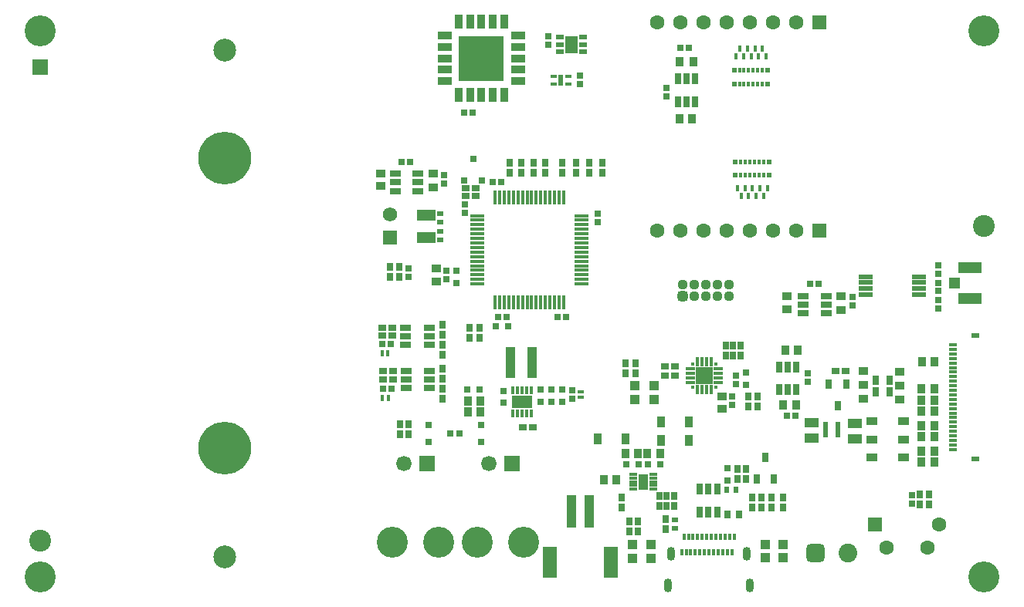
<source format=gbr>
%TF.GenerationSoftware,Altium Limited,Altium Designer,24.7.2 (38)*%
G04 Layer_Color=8388736*
%FSLAX45Y45*%
%MOMM*%
%TF.SameCoordinates,33B871D1-E8D8-480E-9A2D-2420748CAAD8*%
%TF.FilePolarity,Negative*%
%TF.FileFunction,Soldermask,Top*%
%TF.Part,Single*%
G01*
G75*
%TA.AperFunction,SMDPad,CuDef*%
%ADD34R,0.60000X1.80000*%
%ADD35R,0.60000X1.20000*%
%ADD61R,0.35000X0.60000*%
%ADD68R,0.98000X3.40000*%
%TA.AperFunction,ComponentPad*%
%ADD79C,0.10000*%
%ADD80C,1.57000*%
%ADD81R,1.57000X1.57000*%
%ADD84C,1.69000*%
%ADD85R,1.69000X1.69000*%
%ADD86C,3.40000*%
%TA.AperFunction,SMDPad,CuDef*%
%ADD99R,2.20000X1.40000*%
%ADD100R,0.67500X0.72000*%
%ADD101R,0.70000X0.85000*%
%ADD102R,0.70000X0.55000*%
%ADD103R,0.72000X0.70000*%
%ADD104R,0.72000X0.67500*%
%ADD105R,0.85000X0.70000*%
%TA.AperFunction,FiducialPad,Global*%
%ADD106C,2.40000*%
%TA.AperFunction,SMDPad,CuDef*%
%ADD107R,0.65000X0.90000*%
%ADD108R,0.55000X0.70000*%
%ADD109R,0.80000X0.75000*%
%ADD110R,1.30000X0.70000*%
%ADD111R,1.10000X0.95000*%
%ADD112R,1.04000X0.85000*%
%ADD113R,0.70000X0.72000*%
%ADD114R,0.95000X1.30000*%
%ADD115R,0.75000X1.00000*%
%ADD116R,0.40000X0.90000*%
%ADD117R,0.85000X0.30000*%
%ADD118R,1.10000X1.70000*%
%ADD119R,0.80000X1.10000*%
%ADD120R,0.90000X0.40000*%
%ADD121R,0.90000X0.50000*%
%ADD122R,0.70000X1.30000*%
%ADD123R,1.25000X0.90000*%
%ADD124R,0.85000X1.04000*%
%ADD125R,1.57000X1.07000*%
%ADD126R,0.95000X1.10000*%
%ADD127R,1.05000X1.05000*%
%ADD128R,0.40000X1.57500*%
%ADD129R,1.57500X0.40000*%
%ADD130R,0.52500X0.60000*%
%TA.AperFunction,ConnectorPad*%
%ADD131R,0.40000X0.80000*%
%TA.AperFunction,SMDPad,CuDef*%
%ADD132R,0.85000X0.55000*%
%ADD133R,1.45000X1.84000*%
%ADD134R,0.80000X0.45000*%
%ADD135R,2.60000X1.30000*%
%ADD136R,1.30000X1.25000*%
%ADD137R,1.20000X0.65000*%
%ADD138R,1.57500X0.55000*%
%ADD139R,1.90000X1.90000*%
%ADD140R,1.00000X0.40000*%
%ADD141R,0.40000X0.40000*%
%ADD142R,0.40000X1.00000*%
%ADD143R,2.00000X1.20000*%
%ADD144R,0.30000X0.70000*%
%ADD145R,0.70000X0.45000*%
%ADD146R,0.45000X0.70000*%
%ADD147R,1.60000X0.90000*%
%ADD148R,0.90000X1.60000*%
%ADD149R,4.90000X4.90000*%
%ADD150R,0.75000X0.80000*%
%ADD151R,1.60000X3.50000*%
%ADD152R,1.10000X3.60000*%
%ADD153R,1.70000X1.70000*%
%TA.AperFunction,ComponentPad*%
%ADD154R,1.60000X1.60000*%
%ADD155C,1.60000*%
%ADD156O,0.90000X1.50000*%
%ADD157C,2.50000*%
%ADD158C,5.80000*%
%ADD159C,3.40000*%
%ADD160C,1.11600*%
G04:AMPARAMS|DCode=161|XSize=1.116mm|YSize=1.116mm|CornerRadius=0.304mm|HoleSize=0mm|Usage=FLASHONLY|Rotation=0.000|XOffset=0mm|YOffset=0mm|HoleType=Round|Shape=RoundedRectangle|*
%AMROUNDEDRECTD161*
21,1,1.11600,0.50800,0,0,0.0*
21,1,0.50800,1.11600,0,0,0.0*
1,1,0.60800,0.25400,-0.25400*
1,1,0.60800,-0.25400,-0.25400*
1,1,0.60800,-0.25400,0.25400*
1,1,0.60800,0.25400,0.25400*
%
%ADD161ROUNDEDRECTD161*%
G04:AMPARAMS|DCode=162|XSize=2.05mm|YSize=2.05mm|CornerRadius=0.5375mm|HoleSize=0mm|Usage=FLASHONLY|Rotation=0.000|XOffset=0mm|YOffset=0mm|HoleType=Round|Shape=RoundedRectangle|*
%AMROUNDEDRECTD162*
21,1,2.05000,0.97500,0,0,0.0*
21,1,0.97500,2.05000,0,0,0.0*
1,1,1.07500,0.48750,-0.48750*
1,1,1.07500,-0.48750,-0.48750*
1,1,1.07500,-0.48750,0.48750*
1,1,1.07500,0.48750,0.48750*
%
%ADD162ROUNDEDRECTD162*%
%ADD163C,2.05000*%
D34*
X9095000Y1970000D02*
D03*
X8960000D02*
D03*
D35*
X6063700Y5804100D02*
D03*
D61*
X8285000Y4910000D02*
D03*
X8235000D02*
D03*
X8185000D02*
D03*
X8135000D02*
D03*
X8085000D02*
D03*
X8035000D02*
D03*
Y4760000D02*
D03*
X8085000D02*
D03*
X8135000D02*
D03*
X8185000D02*
D03*
X8235000D02*
D03*
X8285000D02*
D03*
X8270000Y5915000D02*
D03*
X8220000D02*
D03*
X8170000D02*
D03*
X8120000D02*
D03*
X8070000D02*
D03*
X8020000D02*
D03*
Y5765000D02*
D03*
X8070000D02*
D03*
X8120000D02*
D03*
X8170000D02*
D03*
X8220000D02*
D03*
X8270000D02*
D03*
D68*
X5746000Y2705000D02*
D03*
X5509000D02*
D03*
D79*
X8046000Y730000D02*
D03*
X7326000D02*
D03*
D80*
X4190000Y4327000D02*
D03*
D81*
Y4073000D02*
D03*
D84*
X5269000Y1595000D02*
D03*
X4343000Y1598500D02*
D03*
D85*
X5523000Y1595000D02*
D03*
X4597000Y1598500D02*
D03*
D86*
X5142000Y731000D02*
D03*
X5650000D02*
D03*
X4216000Y734500D02*
D03*
X4724000D02*
D03*
D99*
X5633901Y2272200D02*
D03*
D100*
X4611725Y2020000D02*
D03*
Y1830000D02*
D03*
X4849326Y1925000D02*
D03*
X5188800Y1830000D02*
D03*
Y2020000D02*
D03*
X4951200Y1925000D02*
D03*
D101*
X5170000Y3085000D02*
D03*
Y2975000D02*
D03*
X8000000Y1425000D02*
D03*
Y1535000D02*
D03*
X5500000Y4895000D02*
D03*
Y4785000D02*
D03*
X5630000D02*
D03*
Y4895000D02*
D03*
X5760000Y4785000D02*
D03*
Y4895000D02*
D03*
X5890000D02*
D03*
Y4785000D02*
D03*
X10100000Y1145000D02*
D03*
Y1255000D02*
D03*
X6770000Y2700000D02*
D03*
Y2590000D02*
D03*
X7210000Y880000D02*
D03*
Y990000D02*
D03*
X6520000Y4785000D02*
D03*
Y4895000D02*
D03*
X8220000Y2330000D02*
D03*
Y2220000D02*
D03*
X10000000Y1255000D02*
D03*
Y1145000D02*
D03*
X4299857Y1915144D02*
D03*
Y2025144D02*
D03*
X7950000Y2890000D02*
D03*
Y2780000D02*
D03*
X4760000Y2790000D02*
D03*
Y2900000D02*
D03*
X4765000Y2305000D02*
D03*
Y2415000D02*
D03*
X8090000Y1535000D02*
D03*
Y1425000D02*
D03*
X6370000Y4895000D02*
D03*
Y4785000D02*
D03*
X6230000Y4895000D02*
D03*
Y4785000D02*
D03*
X6080000Y4895000D02*
D03*
Y4785000D02*
D03*
X8030000Y2890000D02*
D03*
Y2780000D02*
D03*
X7870000Y2890000D02*
D03*
Y2780000D02*
D03*
X8160000Y1110000D02*
D03*
Y1220000D02*
D03*
X8260000Y1110000D02*
D03*
Y1220000D02*
D03*
X4190000Y3755000D02*
D03*
Y3645000D02*
D03*
X4290000Y3755000D02*
D03*
Y3645000D02*
D03*
X4391911Y2025000D02*
D03*
Y1915000D02*
D03*
X6730000Y1115000D02*
D03*
Y1225000D02*
D03*
X7300000Y1130000D02*
D03*
Y1240000D02*
D03*
X7220000D02*
D03*
Y1130000D02*
D03*
X4760000Y3010000D02*
D03*
Y3120000D02*
D03*
X4765000Y2530000D02*
D03*
Y2640000D02*
D03*
X7140000Y1130000D02*
D03*
Y1240000D02*
D03*
X6880000Y2590000D02*
D03*
Y2700000D02*
D03*
X6810000Y960000D02*
D03*
Y850000D02*
D03*
X6910000Y960000D02*
D03*
Y850000D02*
D03*
X5060000Y3085000D02*
D03*
Y2975000D02*
D03*
X8500000Y1220000D02*
D03*
Y1110000D02*
D03*
X8371743Y1220000D02*
D03*
Y1110000D02*
D03*
X8120000Y2330000D02*
D03*
Y2220000D02*
D03*
D102*
X4740000Y4147500D02*
D03*
Y4052500D02*
D03*
Y4242500D02*
D03*
Y4337500D02*
D03*
X7310000Y882500D02*
D03*
Y977500D02*
D03*
D103*
X7984727Y2471665D02*
D03*
Y2563664D02*
D03*
X4780000Y4666500D02*
D03*
Y4758500D02*
D03*
X8770000Y2494000D02*
D03*
Y2586000D02*
D03*
X9260000Y3427000D02*
D03*
Y3335000D02*
D03*
X9910000Y1246000D02*
D03*
Y1154000D02*
D03*
X5010000Y4349000D02*
D03*
Y4441000D02*
D03*
X7220000Y5624000D02*
D03*
Y5716000D02*
D03*
X6190000Y2309000D02*
D03*
Y2401000D02*
D03*
X6462759Y4246662D02*
D03*
Y4338662D02*
D03*
X7940000Y2239000D02*
D03*
Y2331000D02*
D03*
X4390000Y3737000D02*
D03*
Y3645000D02*
D03*
X6270000Y5851000D02*
D03*
Y5759000D02*
D03*
X10200000Y3489000D02*
D03*
Y3581000D02*
D03*
Y3299000D02*
D03*
Y3391000D02*
D03*
Y3679000D02*
D03*
Y3771000D02*
D03*
X5920000Y6194000D02*
D03*
Y6286000D02*
D03*
X4810000Y3711000D02*
D03*
Y3619000D02*
D03*
D104*
X5005000Y4701200D02*
D03*
X5195000D02*
D03*
X5100000Y4938800D02*
D03*
D105*
X5130000Y4620000D02*
D03*
X5020000D02*
D03*
X5755000Y1995000D02*
D03*
X5645000D02*
D03*
X9075000Y2610000D02*
D03*
X9185000D02*
D03*
X4215000Y3090000D02*
D03*
X4105000D02*
D03*
X4225000Y2610000D02*
D03*
X4115000D02*
D03*
X4215000Y3000000D02*
D03*
X4105000D02*
D03*
X4225000Y2520000D02*
D03*
X4115000D02*
D03*
X7315000Y2565000D02*
D03*
X7205000D02*
D03*
X7315000Y2665000D02*
D03*
X7205000D02*
D03*
X5130000Y4530000D02*
D03*
X5020000D02*
D03*
D106*
X10700000Y4200000D02*
D03*
X350000Y750000D02*
D03*
D107*
X8012500Y1035000D02*
D03*
X7887500D02*
D03*
D108*
X7977500Y1310000D02*
D03*
X7882500D02*
D03*
D109*
X7890000Y1547500D02*
D03*
Y1412500D02*
D03*
X4920000Y3710000D02*
D03*
Y3575000D02*
D03*
X5840000Y2412500D02*
D03*
Y2277500D02*
D03*
X5960000Y2412500D02*
D03*
Y2277500D02*
D03*
X5429618Y2396139D02*
D03*
Y2261139D02*
D03*
X8087500Y2460000D02*
D03*
Y2595000D02*
D03*
X6080000Y2412500D02*
D03*
Y2277500D02*
D03*
D110*
X4245000Y4777500D02*
D03*
Y4682500D02*
D03*
Y4587500D02*
D03*
X4495000D02*
D03*
Y4682500D02*
D03*
Y4777500D02*
D03*
X8720000Y3435000D02*
D03*
Y3340000D02*
D03*
Y3245000D02*
D03*
X8970000D02*
D03*
Y3340000D02*
D03*
Y3435000D02*
D03*
D111*
X4660000Y4627500D02*
D03*
Y4777500D02*
D03*
X9780000Y2450000D02*
D03*
Y2600000D02*
D03*
Y2300000D02*
D03*
X9375000Y2460000D02*
D03*
Y2610000D02*
D03*
Y2310000D02*
D03*
X9130000Y3430000D02*
D03*
Y3280000D02*
D03*
D112*
X4090000Y4642500D02*
D03*
Y4782500D02*
D03*
X8540000Y3430000D02*
D03*
Y3290000D02*
D03*
X7830000Y2335000D02*
D03*
Y2195000D02*
D03*
X4699999Y3735000D02*
D03*
Y3595000D02*
D03*
D113*
X5314000Y4685000D02*
D03*
X5406000D02*
D03*
X8635999Y2120000D02*
D03*
X8544000D02*
D03*
X4314000Y4907500D02*
D03*
X4406000D02*
D03*
X7374000Y6160000D02*
D03*
X7466000D02*
D03*
X5374000Y3205000D02*
D03*
X5466000D02*
D03*
X8886000Y3565000D02*
D03*
X8794000D02*
D03*
X5004000Y5450000D02*
D03*
X5096000D02*
D03*
X6022933Y3202160D02*
D03*
X6114933D02*
D03*
X4196000Y2910000D02*
D03*
X4104000D02*
D03*
X4206000Y2420000D02*
D03*
X4114000D02*
D03*
D114*
X7462500Y2050000D02*
D03*
X7157500D02*
D03*
X7462500Y1850000D02*
D03*
X7157500D02*
D03*
X6467500Y1865000D02*
D03*
X6772500D02*
D03*
D115*
X9662500Y2510000D02*
D03*
X9517500D02*
D03*
Y2380000D02*
D03*
X9662500D02*
D03*
D116*
X5683900Y2147200D02*
D03*
X5733901D02*
D03*
X5633901Y2397200D02*
D03*
X5533901Y2147200D02*
D03*
X5583901D02*
D03*
X5633901D02*
D03*
X5733901Y2397200D02*
D03*
X5683900D02*
D03*
X5583901D02*
D03*
X5533901D02*
D03*
D117*
X6855000Y1315000D02*
D03*
Y1475000D02*
D03*
Y1435000D02*
D03*
Y1395000D02*
D03*
Y1355000D02*
D03*
X7075000Y1315000D02*
D03*
Y1355000D02*
D03*
Y1395000D02*
D03*
Y1435000D02*
D03*
Y1475000D02*
D03*
D118*
X6965000Y1395000D02*
D03*
D119*
X8400000Y1425000D02*
D03*
X9095000Y2230000D02*
D03*
X9000000Y2470000D02*
D03*
X9190000D02*
D03*
X8210000Y1425000D02*
D03*
X8305000Y1665000D02*
D03*
D120*
X10360000Y1750000D02*
D03*
Y1800000D02*
D03*
Y1850000D02*
D03*
Y1900000D02*
D03*
Y1950000D02*
D03*
Y2000000D02*
D03*
Y2050000D02*
D03*
Y2100000D02*
D03*
Y2150000D02*
D03*
Y2200000D02*
D03*
Y2250000D02*
D03*
Y2300000D02*
D03*
Y2350000D02*
D03*
Y2400000D02*
D03*
Y2450000D02*
D03*
Y2500000D02*
D03*
Y2550000D02*
D03*
Y2600000D02*
D03*
Y2650000D02*
D03*
Y2700000D02*
D03*
Y2750000D02*
D03*
Y2800000D02*
D03*
Y2850000D02*
D03*
Y2900000D02*
D03*
D121*
X10610000Y1650000D02*
D03*
Y3000000D02*
D03*
D122*
X8645000Y2655000D02*
D03*
X8550000D02*
D03*
X8455000D02*
D03*
Y2405000D02*
D03*
X8550000D02*
D03*
X8645000D02*
D03*
X7345100Y5820800D02*
D03*
X7440100D02*
D03*
X7535100D02*
D03*
Y5570800D02*
D03*
X7440100D02*
D03*
X7345100D02*
D03*
X7585000Y1065000D02*
D03*
X7680000D02*
D03*
X7775000D02*
D03*
Y1315000D02*
D03*
X7680000D02*
D03*
X7585000D02*
D03*
D123*
X9470000Y1660000D02*
D03*
X9820000D02*
D03*
X9470000Y2060000D02*
D03*
X9820000D02*
D03*
Y1860000D02*
D03*
X9470000D02*
D03*
D124*
X8519999Y2840000D02*
D03*
X8660000D02*
D03*
X10015000Y1890000D02*
D03*
X10155000D02*
D03*
X10015000Y2170000D02*
D03*
X10155000D02*
D03*
X10015000Y1730000D02*
D03*
X10155000D02*
D03*
X10015000Y1610000D02*
D03*
X10155000D02*
D03*
X10020000Y2710000D02*
D03*
X10160000D02*
D03*
X10015000Y2420000D02*
D03*
X10155000D02*
D03*
X10015000Y2290000D02*
D03*
X10155000D02*
D03*
X10015000Y2010000D02*
D03*
X10155000D02*
D03*
X7360000Y5380000D02*
D03*
X7500000D02*
D03*
X7150000Y1705000D02*
D03*
X7010000D02*
D03*
X6670000Y1415000D02*
D03*
X6530000D02*
D03*
X5180000Y2165000D02*
D03*
X5040000D02*
D03*
X6770000Y1705000D02*
D03*
X6910000D02*
D03*
X5180000Y2285000D02*
D03*
X5040000D02*
D03*
D125*
X8810000Y2043000D02*
D03*
Y1877000D02*
D03*
X9285000Y2033000D02*
D03*
Y1867000D02*
D03*
D126*
X8495000Y2240000D02*
D03*
X8645000D02*
D03*
X7365000Y6010000D02*
D03*
X7515000D02*
D03*
D127*
X8300000Y560000D02*
D03*
Y710000D02*
D03*
X8500000D02*
D03*
Y560000D02*
D03*
X6870000Y2300000D02*
D03*
Y2450000D02*
D03*
X7080000Y2300000D02*
D03*
Y2450000D02*
D03*
X7050000Y705000D02*
D03*
Y555000D02*
D03*
X6850000Y705000D02*
D03*
Y555000D02*
D03*
D128*
X5341500Y4516299D02*
D03*
X5391500D02*
D03*
X5441500D02*
D03*
X5491500D02*
D03*
X5541500D02*
D03*
X5591500D02*
D03*
X5641500D02*
D03*
X5691500D02*
D03*
X5741500D02*
D03*
X5791500D02*
D03*
X5841500D02*
D03*
X5891500D02*
D03*
X5941500D02*
D03*
X5991500D02*
D03*
X6041500D02*
D03*
X6091500D02*
D03*
Y3368699D02*
D03*
X6041500D02*
D03*
X5991500D02*
D03*
X5941500D02*
D03*
X5891500D02*
D03*
X5841500D02*
D03*
X5791500D02*
D03*
X5741500D02*
D03*
X5691500D02*
D03*
X5641500D02*
D03*
X5591500D02*
D03*
X5541500D02*
D03*
X5491500D02*
D03*
X5441500D02*
D03*
X5391500D02*
D03*
X5341500D02*
D03*
D129*
X6290300Y4317499D02*
D03*
Y4267499D02*
D03*
Y4217499D02*
D03*
Y4167499D02*
D03*
Y4117499D02*
D03*
Y4067499D02*
D03*
Y4017499D02*
D03*
Y3967499D02*
D03*
Y3917499D02*
D03*
Y3867499D02*
D03*
Y3817499D02*
D03*
Y3767499D02*
D03*
Y3717499D02*
D03*
Y3667499D02*
D03*
Y3617499D02*
D03*
Y3567499D02*
D03*
X5142700D02*
D03*
Y3617499D02*
D03*
Y3667499D02*
D03*
Y3717499D02*
D03*
Y3767499D02*
D03*
Y3817499D02*
D03*
Y3867499D02*
D03*
Y3917499D02*
D03*
Y3967499D02*
D03*
Y4017499D02*
D03*
Y4067499D02*
D03*
Y4117499D02*
D03*
Y4167499D02*
D03*
Y4217499D02*
D03*
Y4267499D02*
D03*
Y4317499D02*
D03*
D130*
X8343700Y4910000D02*
D03*
X7976300D02*
D03*
Y4760000D02*
D03*
X8343700D02*
D03*
X8328700Y5915000D02*
D03*
X7961300D02*
D03*
Y5765000D02*
D03*
X8328700D02*
D03*
D131*
X7711000Y796000D02*
D03*
X7761000D02*
D03*
X7811000D02*
D03*
X7861000D02*
D03*
X7911000D02*
D03*
X7961000D02*
D03*
X7936000Y626000D02*
D03*
X7385999D02*
D03*
X7436000D02*
D03*
X7486000D02*
D03*
X7536000D02*
D03*
X7586000D02*
D03*
X7636000D02*
D03*
X7686000D02*
D03*
X7736000D02*
D03*
X7786000D02*
D03*
X7836000D02*
D03*
X7886000D02*
D03*
X7411000Y796000D02*
D03*
X7461000D02*
D03*
X7511000D02*
D03*
X7561000D02*
D03*
X7611000D02*
D03*
X7661000D02*
D03*
D132*
X6055000Y6275000D02*
D03*
Y6195000D02*
D03*
Y6115000D02*
D03*
X6305000D02*
D03*
Y6195000D02*
D03*
Y6275000D02*
D03*
D133*
X6180000Y6195000D02*
D03*
D134*
X5983700Y5844100D02*
D03*
Y5764100D02*
D03*
X6143700D02*
D03*
Y5844100D02*
D03*
D135*
X10550000Y3747000D02*
D03*
Y3410000D02*
D03*
D136*
X10377000Y3578500D02*
D03*
D137*
X4620000Y2900000D02*
D03*
Y2995000D02*
D03*
Y3090000D02*
D03*
X4360000D02*
D03*
Y2995000D02*
D03*
Y2900000D02*
D03*
X4622500Y2424999D02*
D03*
Y2519999D02*
D03*
Y2614999D02*
D03*
X4362500D02*
D03*
Y2519999D02*
D03*
Y2424999D02*
D03*
D138*
X9988800Y3452500D02*
D03*
Y3517500D02*
D03*
Y3582500D02*
D03*
Y3647500D02*
D03*
X9401200D02*
D03*
Y3582500D02*
D03*
Y3517500D02*
D03*
Y3452500D02*
D03*
D139*
X7635332Y2562501D02*
D03*
D140*
X7480333Y2487501D02*
D03*
Y2537501D02*
D03*
Y2587501D02*
D03*
Y2637501D02*
D03*
X7790332D02*
D03*
Y2587501D02*
D03*
Y2537501D02*
D03*
Y2487501D02*
D03*
D141*
X7510332Y2687501D02*
D03*
X7760332D02*
D03*
Y2437501D02*
D03*
X7510332D02*
D03*
D142*
X7560332Y2717501D02*
D03*
X7610333D02*
D03*
X7660332D02*
D03*
X7710333D02*
D03*
Y2407501D02*
D03*
X7660332D02*
D03*
X7610333D02*
D03*
X7560332D02*
D03*
D143*
X4590000Y4075000D02*
D03*
Y4325000D02*
D03*
D144*
X7980000Y6070000D02*
D03*
X8070000D02*
D03*
X8150000D02*
D03*
X8230000D02*
D03*
X8310000D02*
D03*
X8270000Y6155000D02*
D03*
X8190000D02*
D03*
X8110000D02*
D03*
X8020000D02*
D03*
X8330000Y4620000D02*
D03*
X8240000D02*
D03*
X8160000D02*
D03*
X8080000D02*
D03*
X8000000D02*
D03*
X8040000Y4535000D02*
D03*
X8120000D02*
D03*
X8200000D02*
D03*
X8290000D02*
D03*
D145*
X6280000Y2322500D02*
D03*
Y2387500D02*
D03*
D146*
X4165000Y2810000D02*
D03*
X4100000D02*
D03*
X4172500Y2320000D02*
D03*
X4107500D02*
D03*
D147*
X4790000Y6295000D02*
D03*
Y6170000D02*
D03*
Y6045000D02*
D03*
Y5920000D02*
D03*
Y5795000D02*
D03*
X5590000D02*
D03*
Y5920000D02*
D03*
Y6045000D02*
D03*
Y6170000D02*
D03*
Y6295000D02*
D03*
D148*
X4940000Y5645000D02*
D03*
X5065000D02*
D03*
X5190000D02*
D03*
X5315000D02*
D03*
X5440000D02*
D03*
Y6445000D02*
D03*
X5315000D02*
D03*
X5190000D02*
D03*
X5065000D02*
D03*
X4940000D02*
D03*
D149*
X5190000Y6045000D02*
D03*
D150*
X5487500Y3100000D02*
D03*
X5352500D02*
D03*
X7147500Y1585000D02*
D03*
X7012500D02*
D03*
X5167500Y2405000D02*
D03*
X5032500D02*
D03*
X6780000Y1585000D02*
D03*
X6915000D02*
D03*
D151*
X6610000Y515000D02*
D03*
X5940000D02*
D03*
D152*
X6375000Y1070000D02*
D03*
X6175000D02*
D03*
D153*
X350000Y5950000D02*
D03*
D154*
X8900000Y6436000D02*
D03*
Y4150000D02*
D03*
X9505000Y925000D02*
D03*
D155*
X8646000Y6436000D02*
D03*
X8392000D02*
D03*
X8138000D02*
D03*
X7884000D02*
D03*
X7630000D02*
D03*
X7376000D02*
D03*
X7122000D02*
D03*
X8646000Y4150000D02*
D03*
X8392000D02*
D03*
X8138000D02*
D03*
X7884000D02*
D03*
X7630000D02*
D03*
X7376000D02*
D03*
X7122000D02*
D03*
X9630000Y675000D02*
D03*
X10080000D02*
D03*
X10205000Y925000D02*
D03*
D156*
X8135000Y260000D02*
D03*
X7237000D02*
D03*
X8099000Y605000D02*
D03*
X7273000D02*
D03*
D157*
X2380000Y6135000D02*
D03*
Y575000D02*
D03*
D158*
Y4945000D02*
D03*
Y1765000D02*
D03*
D159*
X10700000Y6350000D02*
D03*
Y350000D02*
D03*
X350000D02*
D03*
Y6350000D02*
D03*
D160*
X7904000Y3562000D02*
D03*
Y3435000D02*
D03*
X7777000Y3562000D02*
D03*
Y3435000D02*
D03*
X7650000Y3562000D02*
D03*
Y3435000D02*
D03*
X7523000Y3562000D02*
D03*
Y3435000D02*
D03*
X7396000Y3562000D02*
D03*
D161*
Y3435000D02*
D03*
D162*
X8855000Y615000D02*
D03*
D163*
X9205000D02*
D03*
%TF.MD5,d7741fa02ee6df8f90013200215abedd*%
M02*

</source>
